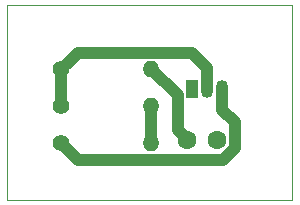
<source format=gbr>
G04 #@! TF.GenerationSoftware,KiCad,Pcbnew,(5.1.2)-2*
G04 #@! TF.CreationDate,2019-08-09T21:51:20-03:00*
G04 #@! TF.ProjectId,primeiro,7072696d-6569-4726-9f2e-6b696361645f,rev?*
G04 #@! TF.SameCoordinates,Original*
G04 #@! TF.FileFunction,Copper,L1,Top*
G04 #@! TF.FilePolarity,Positive*
%FSLAX46Y46*%
G04 Gerber Fmt 4.6, Leading zero omitted, Abs format (unit mm)*
G04 Created by KiCad (PCBNEW (5.1.2)-2) date 2019-08-09 21:51:20*
%MOMM*%
%LPD*%
G04 APERTURE LIST*
%ADD10C,0.050000*%
%ADD11O,1.400000X1.400000*%
%ADD12C,1.400000*%
%ADD13R,1.050000X1.500000*%
%ADD14O,1.050000X1.500000*%
%ADD15C,1.600000*%
%ADD16C,1.000000*%
G04 APERTURE END LIST*
D10*
X134620000Y-101600000D02*
X134620000Y-85090000D01*
X158750000Y-101600000D02*
X134620000Y-101600000D01*
X158750000Y-85090000D02*
X158750000Y-101600000D01*
X134620000Y-85090000D02*
X158750000Y-85090000D01*
D11*
X146810000Y-96830000D03*
D12*
X139190000Y-96830000D03*
D11*
X146810000Y-93680000D03*
D12*
X139190000Y-93680000D03*
D11*
X146810000Y-90530000D03*
D12*
X139190000Y-90530000D03*
D13*
X150270000Y-92210000D03*
D14*
X152810000Y-92210000D03*
X151540000Y-92210000D03*
D15*
X152360000Y-96520000D03*
X149860000Y-96520000D03*
D16*
X149060001Y-95720001D02*
X149860000Y-96520000D01*
X149044999Y-95704999D02*
X149060001Y-95720001D01*
X149044999Y-92764999D02*
X149044999Y-95704999D01*
X146810000Y-90530000D02*
X149044999Y-92764999D01*
X152810000Y-93960000D02*
X152810000Y-92210000D01*
X153860001Y-95010001D02*
X152810000Y-93960000D01*
X153860001Y-97240001D02*
X153860001Y-95010001D01*
X152870001Y-98230001D02*
X153860001Y-97240001D01*
X140590001Y-98230001D02*
X152870001Y-98230001D01*
X139190000Y-96830000D02*
X140590001Y-98230001D01*
X139190000Y-93680000D02*
X139190000Y-90530000D01*
X139889999Y-89830001D02*
X139190000Y-90530000D01*
X140590001Y-89129999D02*
X139889999Y-89830001D01*
X150209999Y-89129999D02*
X140590001Y-89129999D01*
X151540000Y-90460000D02*
X150209999Y-89129999D01*
X151540000Y-92210000D02*
X151540000Y-90460000D01*
X146810000Y-93680000D02*
X146810000Y-96830000D01*
M02*

</source>
